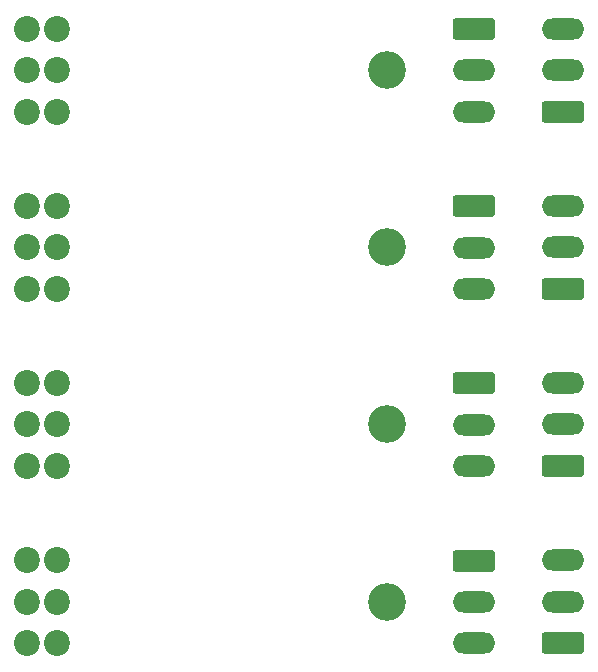
<source format=gbr>
%TF.GenerationSoftware,KiCad,Pcbnew,8.0.5*%
%TF.CreationDate,2025-06-13T10:45:04+02:00*%
%TF.ProjectId,doubleRelayExtensionSMD,646f7562-6c65-4526-956c-617945787465,rev?*%
%TF.SameCoordinates,Original*%
%TF.FileFunction,Soldermask,Bot*%
%TF.FilePolarity,Negative*%
%FSLAX46Y46*%
G04 Gerber Fmt 4.6, Leading zero omitted, Abs format (unit mm)*
G04 Created by KiCad (PCBNEW 8.0.5) date 2025-06-13 10:45:04*
%MOMM*%
%LPD*%
G01*
G04 APERTURE LIST*
G04 Aperture macros list*
%AMRoundRect*
0 Rectangle with rounded corners*
0 $1 Rounding radius*
0 $2 $3 $4 $5 $6 $7 $8 $9 X,Y pos of 4 corners*
0 Add a 4 corners polygon primitive as box body*
4,1,4,$2,$3,$4,$5,$6,$7,$8,$9,$2,$3,0*
0 Add four circle primitives for the rounded corners*
1,1,$1+$1,$2,$3*
1,1,$1+$1,$4,$5*
1,1,$1+$1,$6,$7*
1,1,$1+$1,$8,$9*
0 Add four rect primitives between the rounded corners*
20,1,$1+$1,$2,$3,$4,$5,0*
20,1,$1+$1,$4,$5,$6,$7,0*
20,1,$1+$1,$6,$7,$8,$9,0*
20,1,$1+$1,$8,$9,$2,$3,0*%
G04 Aperture macros list end*
%ADD10C,3.200000*%
%ADD11RoundRect,0.250000X-1.550000X0.650000X-1.550000X-0.650000X1.550000X-0.650000X1.550000X0.650000X0*%
%ADD12O,3.600000X1.800000*%
%ADD13C,2.200000*%
%ADD14RoundRect,0.250000X1.550000X-0.650000X1.550000X0.650000X-1.550000X0.650000X-1.550000X-0.650000X0*%
G04 APERTURE END LIST*
D10*
%TO.C,REF\u002A\u002A*%
X136000000Y-78500000D03*
%TD*%
D11*
%TO.C,J12*%
X143357500Y-90017500D03*
D12*
X143357500Y-93517500D03*
X143357500Y-97017500D03*
%TD*%
D13*
%TO.C,J2*%
X108000000Y-52000000D03*
X105500000Y-52000000D03*
X108000000Y-48500000D03*
X105500000Y-48500000D03*
X108000000Y-45000000D03*
X105500000Y-45000000D03*
%TD*%
D11*
%TO.C,J9*%
X143357500Y-75017500D03*
D12*
X143357500Y-78517500D03*
X143357500Y-82017500D03*
%TD*%
D14*
%TO.C,J11*%
X150857500Y-97000000D03*
D12*
X150857500Y-93500000D03*
X150857500Y-90000000D03*
%TD*%
D14*
%TO.C,J3*%
X150857500Y-52000000D03*
D12*
X150857500Y-48500000D03*
X150857500Y-45000000D03*
%TD*%
D13*
%TO.C,J7*%
X108000000Y-82000000D03*
X105500000Y-82000000D03*
X108000000Y-78500000D03*
X105500000Y-78500000D03*
X108000000Y-75000000D03*
X105500000Y-75000000D03*
%TD*%
D14*
%TO.C,J4*%
X150857500Y-67000000D03*
D12*
X150857500Y-63500000D03*
X150857500Y-60000000D03*
%TD*%
D14*
%TO.C,J8*%
X150857500Y-82000000D03*
D12*
X150857500Y-78500000D03*
X150857500Y-75000000D03*
%TD*%
D10*
%TO.C,REF\u002A\u002A*%
X136000000Y-48500000D03*
%TD*%
%TO.C,REF\u002A\u002A*%
X136000000Y-93500000D03*
%TD*%
D13*
%TO.C,J10*%
X108000000Y-97000000D03*
X105500000Y-97000000D03*
X108000000Y-93500000D03*
X105500000Y-93500000D03*
X108000000Y-90000000D03*
X105500000Y-90000000D03*
%TD*%
%TO.C,J1*%
X108000000Y-67000000D03*
X105500000Y-67000000D03*
X108000000Y-63500000D03*
X105500000Y-63500000D03*
X108000000Y-60000000D03*
X105500000Y-60000000D03*
%TD*%
D11*
%TO.C,J6*%
X143357500Y-45017500D03*
D12*
X143357500Y-48517500D03*
X143357500Y-52017500D03*
%TD*%
D11*
%TO.C,J5*%
X143357500Y-60017500D03*
D12*
X143357500Y-63517500D03*
X143357500Y-67017500D03*
%TD*%
D10*
%TO.C,REF\u002A\u002A*%
X136000000Y-63500000D03*
%TD*%
M02*

</source>
